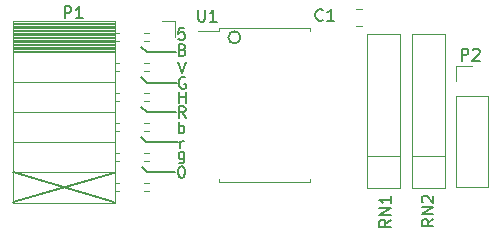
<source format=gto>
G04 #@! TF.GenerationSoftware,KiCad,Pcbnew,(5.1.4)-1*
G04 #@! TF.CreationDate,2020-03-17T17:24:22+00:00*
G04 #@! TF.ProjectId,buffer,62756666-6572-42e6-9b69-6361645f7063,rev?*
G04 #@! TF.SameCoordinates,Original*
G04 #@! TF.FileFunction,Legend,Top*
G04 #@! TF.FilePolarity,Positive*
%FSLAX46Y46*%
G04 Gerber Fmt 4.6, Leading zero omitted, Abs format (unit mm)*
G04 Created by KiCad (PCBNEW (5.1.4)-1) date 2020-03-17 17:24:22*
%MOMM*%
%LPD*%
G04 APERTURE LIST*
%ADD10C,0.150000*%
%ADD11C,0.120000*%
G04 APERTURE END LIST*
D10*
X47016782Y-34400960D02*
G75*
G03X47016782Y-34400960I-514782J0D01*
G01*
X27780800Y-48320960D02*
X36315200Y-45882560D01*
X27780800Y-45831760D02*
X36315200Y-48371760D01*
X39083800Y-45755560D02*
X41496800Y-45755560D01*
X38702800Y-45349160D02*
X39083800Y-45755560D01*
X39541000Y-43215560D02*
X41700000Y-43215560D01*
X39617200Y-38237160D02*
X41598400Y-38237160D01*
X39566400Y-40726360D02*
X41547600Y-40726360D01*
X39058400Y-35620960D02*
X41573000Y-35620960D01*
X38626600Y-35189160D02*
X39058400Y-35620960D01*
X39033000Y-43215560D02*
X38626600Y-42809160D01*
X39541000Y-43215560D02*
X39033000Y-43215560D01*
X39058400Y-40726360D02*
X38601200Y-40269160D01*
X39566400Y-40726360D02*
X39058400Y-40726360D01*
X39134600Y-38237160D02*
X38626600Y-37729160D01*
X39617200Y-38237160D02*
X39134600Y-38237160D01*
X41933371Y-43794940D02*
X41933371Y-43128274D01*
X41933371Y-43318750D02*
X41980990Y-43223512D01*
X42028609Y-43175893D01*
X42123847Y-43128274D01*
X42219085Y-43128274D01*
X42365123Y-41229540D02*
X42031790Y-40753350D01*
X41793695Y-41229540D02*
X41793695Y-40229540D01*
X42174647Y-40229540D01*
X42269885Y-40277160D01*
X42317504Y-40324779D01*
X42365123Y-40420017D01*
X42365123Y-40562874D01*
X42317504Y-40658112D01*
X42269885Y-40705731D01*
X42174647Y-40753350D01*
X41793695Y-40753350D01*
X42342904Y-37787960D02*
X42247666Y-37740340D01*
X42104809Y-37740340D01*
X41961952Y-37787960D01*
X41866714Y-37883198D01*
X41819095Y-37978436D01*
X41771476Y-38168912D01*
X41771476Y-38311769D01*
X41819095Y-38502245D01*
X41866714Y-38597483D01*
X41961952Y-38692721D01*
X42104809Y-38740340D01*
X42200047Y-38740340D01*
X42342904Y-38692721D01*
X42390523Y-38645102D01*
X42390523Y-38311769D01*
X42200047Y-38311769D01*
X41969880Y-45284140D02*
X42065119Y-45284140D01*
X42160357Y-45331760D01*
X42207976Y-45379379D01*
X42255595Y-45474617D01*
X42303214Y-45665093D01*
X42303214Y-45903188D01*
X42255595Y-46093664D01*
X42207976Y-46188902D01*
X42160357Y-46236521D01*
X42065119Y-46284140D01*
X41969880Y-46284140D01*
X41874642Y-46236521D01*
X41827023Y-46188902D01*
X41779404Y-46093664D01*
X41731785Y-45903188D01*
X41731785Y-45665093D01*
X41779404Y-45474617D01*
X41827023Y-45379379D01*
X41874642Y-45331760D01*
X41969880Y-45284140D01*
X42101628Y-35447931D02*
X42244485Y-35495550D01*
X42292104Y-35543169D01*
X42339723Y-35638407D01*
X42339723Y-35781264D01*
X42292104Y-35876502D01*
X42244485Y-35924121D01*
X42149247Y-35971740D01*
X41768295Y-35971740D01*
X41768295Y-34971740D01*
X42101628Y-34971740D01*
X42196866Y-35019360D01*
X42244485Y-35066979D01*
X42292104Y-35162217D01*
X42292104Y-35257455D01*
X42244485Y-35352693D01*
X42196866Y-35400312D01*
X42101628Y-35447931D01*
X41768295Y-35447931D01*
X42244485Y-44068074D02*
X42244485Y-44877598D01*
X42196866Y-44972836D01*
X42149247Y-45020455D01*
X42054009Y-45068074D01*
X41911152Y-45068074D01*
X41815914Y-45020455D01*
X42244485Y-44687121D02*
X42149247Y-44734740D01*
X41958771Y-44734740D01*
X41863533Y-44687121D01*
X41815914Y-44639502D01*
X41768295Y-44544264D01*
X41768295Y-44258550D01*
X41815914Y-44163312D01*
X41863533Y-44115693D01*
X41958771Y-44068074D01*
X42149247Y-44068074D01*
X42244485Y-44115693D01*
X41790514Y-42524940D02*
X41790514Y-41524940D01*
X41790514Y-41905893D02*
X41885752Y-41858274D01*
X42076228Y-41858274D01*
X42171466Y-41905893D01*
X42219085Y-41953512D01*
X42266704Y-42048750D01*
X42266704Y-42334464D01*
X42219085Y-42429702D01*
X42171466Y-42477321D01*
X42076228Y-42524940D01*
X41885752Y-42524940D01*
X41790514Y-42477321D01*
X41795285Y-39984940D02*
X41795285Y-38984940D01*
X41795285Y-39461131D02*
X42366714Y-39461131D01*
X42366714Y-39984940D02*
X42366714Y-38984940D01*
X41722266Y-36444940D02*
X42055600Y-37444940D01*
X42388933Y-36444940D01*
X42268295Y-33600140D02*
X41792104Y-33600140D01*
X41744485Y-34076331D01*
X41792104Y-34028712D01*
X41887342Y-33981093D01*
X42125438Y-33981093D01*
X42220676Y-34028712D01*
X42268295Y-34076331D01*
X42315914Y-34171569D01*
X42315914Y-34409664D01*
X42268295Y-34504902D01*
X42220676Y-34552521D01*
X42125438Y-34600140D01*
X41887342Y-34600140D01*
X41792104Y-34552521D01*
X41744485Y-34504902D01*
D11*
X57702000Y-47140960D02*
X60502000Y-47140960D01*
X60502000Y-47140960D02*
X60502000Y-34100960D01*
X60502000Y-34100960D02*
X57702000Y-34100960D01*
X57702000Y-34100960D02*
X57702000Y-47140960D01*
X57702000Y-44430960D02*
X60502000Y-44430960D01*
X65287400Y-36780160D02*
X66617400Y-36780160D01*
X65287400Y-38110160D02*
X65287400Y-36780160D01*
X65287400Y-39380160D02*
X67947400Y-39380160D01*
X67947400Y-39380160D02*
X67947400Y-47060160D01*
X65287400Y-39380160D02*
X65287400Y-47060160D01*
X65287400Y-47060160D02*
X67947400Y-47060160D01*
X27723800Y-33166360D02*
X36353800Y-33166360D01*
X27723800Y-33284455D02*
X36353800Y-33284455D01*
X27723800Y-33402550D02*
X36353800Y-33402550D01*
X27723800Y-33520645D02*
X36353800Y-33520645D01*
X27723800Y-33638740D02*
X36353800Y-33638740D01*
X27723800Y-33756835D02*
X36353800Y-33756835D01*
X27723800Y-33874930D02*
X36353800Y-33874930D01*
X27723800Y-33993025D02*
X36353800Y-33993025D01*
X27723800Y-34111120D02*
X36353800Y-34111120D01*
X27723800Y-34229215D02*
X36353800Y-34229215D01*
X27723800Y-34347310D02*
X36353800Y-34347310D01*
X27723800Y-34465405D02*
X36353800Y-34465405D01*
X27723800Y-34583500D02*
X36353800Y-34583500D01*
X27723800Y-34701595D02*
X36353800Y-34701595D01*
X27723800Y-34819690D02*
X36353800Y-34819690D01*
X27723800Y-34937785D02*
X36353800Y-34937785D01*
X27723800Y-35055880D02*
X36353800Y-35055880D01*
X27723800Y-35173975D02*
X36353800Y-35173975D01*
X27723800Y-35292070D02*
X36353800Y-35292070D01*
X27723800Y-35410165D02*
X36353800Y-35410165D01*
X27723800Y-35528260D02*
X36353800Y-35528260D01*
X36353800Y-34016360D02*
X36763800Y-34016360D01*
X38863800Y-34016360D02*
X39243800Y-34016360D01*
X36353800Y-34736360D02*
X36763800Y-34736360D01*
X38863800Y-34736360D02*
X39243800Y-34736360D01*
X36353800Y-36556360D02*
X36763800Y-36556360D01*
X38863800Y-36556360D02*
X39303800Y-36556360D01*
X36353800Y-37276360D02*
X36763800Y-37276360D01*
X38863800Y-37276360D02*
X39303800Y-37276360D01*
X36353800Y-39096360D02*
X36763800Y-39096360D01*
X38863800Y-39096360D02*
X39303800Y-39096360D01*
X36353800Y-39816360D02*
X36763800Y-39816360D01*
X38863800Y-39816360D02*
X39303800Y-39816360D01*
X36353800Y-41636360D02*
X36763800Y-41636360D01*
X38863800Y-41636360D02*
X39303800Y-41636360D01*
X36353800Y-42356360D02*
X36763800Y-42356360D01*
X38863800Y-42356360D02*
X39303800Y-42356360D01*
X36353800Y-44176360D02*
X36763800Y-44176360D01*
X38863800Y-44176360D02*
X39303800Y-44176360D01*
X36353800Y-44896360D02*
X36763800Y-44896360D01*
X38863800Y-44896360D02*
X39303800Y-44896360D01*
X36353800Y-46716360D02*
X36763800Y-46716360D01*
X38863800Y-46716360D02*
X39303800Y-46716360D01*
X36353800Y-47436360D02*
X36763800Y-47436360D01*
X38863800Y-47436360D02*
X39303800Y-47436360D01*
X27723800Y-35646360D02*
X36353800Y-35646360D01*
X27723800Y-38186360D02*
X36353800Y-38186360D01*
X27723800Y-40726360D02*
X36353800Y-40726360D01*
X27723800Y-43266360D02*
X36353800Y-43266360D01*
X27723800Y-45806360D02*
X36353800Y-45806360D01*
X27723800Y-33046360D02*
X36353800Y-33046360D01*
X36353800Y-33046360D02*
X36353800Y-48406360D01*
X27723800Y-48406360D02*
X36353800Y-48406360D01*
X27723800Y-33046360D02*
X27723800Y-48406360D01*
X41463800Y-33046360D02*
X41463800Y-34376360D01*
X40353800Y-33046360D02*
X41463800Y-33046360D01*
X49052000Y-46610960D02*
X52912000Y-46610960D01*
X52912000Y-46610960D02*
X52912000Y-46375960D01*
X49052000Y-46610960D02*
X45192000Y-46610960D01*
X45192000Y-46610960D02*
X45192000Y-46375960D01*
X49052000Y-33590960D02*
X52912000Y-33590960D01*
X52912000Y-33590960D02*
X52912000Y-33825960D01*
X49052000Y-33590960D02*
X45192000Y-33590960D01*
X45192000Y-33590960D02*
X45192000Y-33825960D01*
X45192000Y-33825960D02*
X43377000Y-33825960D01*
X61502000Y-44430960D02*
X64302000Y-44430960D01*
X61502000Y-34100960D02*
X61502000Y-47140960D01*
X64302000Y-34100960D02*
X61502000Y-34100960D01*
X64302000Y-47140960D02*
X64302000Y-34100960D01*
X61502000Y-47140960D02*
X64302000Y-47140960D01*
X57313252Y-33410960D02*
X56790748Y-33410960D01*
X57313252Y-31990960D02*
X56790748Y-31990960D01*
D10*
X59754380Y-49841436D02*
X59278190Y-50174769D01*
X59754380Y-50412864D02*
X58754380Y-50412864D01*
X58754380Y-50031912D01*
X58802000Y-49936674D01*
X58849619Y-49889055D01*
X58944857Y-49841436D01*
X59087714Y-49841436D01*
X59182952Y-49889055D01*
X59230571Y-49936674D01*
X59278190Y-50031912D01*
X59278190Y-50412864D01*
X59754380Y-49412864D02*
X58754380Y-49412864D01*
X59754380Y-48841436D01*
X58754380Y-48841436D01*
X59754380Y-47841436D02*
X59754380Y-48412864D01*
X59754380Y-48127150D02*
X58754380Y-48127150D01*
X58897238Y-48222388D01*
X58992476Y-48317626D01*
X59040095Y-48412864D01*
X65734524Y-36365440D02*
X65734524Y-35365440D01*
X66115477Y-35365440D01*
X66210715Y-35413060D01*
X66258334Y-35460679D01*
X66305953Y-35555917D01*
X66305953Y-35698774D01*
X66258334Y-35794012D01*
X66210715Y-35841631D01*
X66115477Y-35889250D01*
X65734524Y-35889250D01*
X66686905Y-35460679D02*
X66734524Y-35413060D01*
X66829762Y-35365440D01*
X67067858Y-35365440D01*
X67163096Y-35413060D01*
X67210715Y-35460679D01*
X67258334Y-35555917D01*
X67258334Y-35651155D01*
X67210715Y-35794012D01*
X66639286Y-36365440D01*
X67258334Y-36365440D01*
X32122704Y-32771340D02*
X32122704Y-31771340D01*
X32503657Y-31771340D01*
X32598895Y-31818960D01*
X32646514Y-31866579D01*
X32694133Y-31961817D01*
X32694133Y-32104674D01*
X32646514Y-32199912D01*
X32598895Y-32247531D01*
X32503657Y-32295150D01*
X32122704Y-32295150D01*
X33646514Y-32771340D02*
X33075085Y-32771340D01*
X33360800Y-32771340D02*
X33360800Y-31771340D01*
X33265561Y-31914198D01*
X33170323Y-32009436D01*
X33075085Y-32057055D01*
X43440095Y-32053340D02*
X43440095Y-32862864D01*
X43487714Y-32958102D01*
X43535333Y-33005721D01*
X43630571Y-33053340D01*
X43821047Y-33053340D01*
X43916285Y-33005721D01*
X43963904Y-32958102D01*
X44011523Y-32862864D01*
X44011523Y-32053340D01*
X45011523Y-33053340D02*
X44440095Y-33053340D01*
X44725809Y-33053340D02*
X44725809Y-32053340D01*
X44630571Y-32196198D01*
X44535333Y-32291436D01*
X44440095Y-32339055D01*
X63354380Y-49791436D02*
X62878190Y-50124769D01*
X63354380Y-50362864D02*
X62354380Y-50362864D01*
X62354380Y-49981912D01*
X62402000Y-49886674D01*
X62449619Y-49839055D01*
X62544857Y-49791436D01*
X62687714Y-49791436D01*
X62782952Y-49839055D01*
X62830571Y-49886674D01*
X62878190Y-49981912D01*
X62878190Y-50362864D01*
X63354380Y-49362864D02*
X62354380Y-49362864D01*
X63354380Y-48791436D01*
X62354380Y-48791436D01*
X62449619Y-48362864D02*
X62402000Y-48315245D01*
X62354380Y-48220007D01*
X62354380Y-47981912D01*
X62402000Y-47886674D01*
X62449619Y-47839055D01*
X62544857Y-47791436D01*
X62640095Y-47791436D01*
X62782952Y-47839055D01*
X63354380Y-48410483D01*
X63354380Y-47791436D01*
X53985333Y-32908102D02*
X53937714Y-32955721D01*
X53794857Y-33003340D01*
X53699619Y-33003340D01*
X53556761Y-32955721D01*
X53461523Y-32860483D01*
X53413904Y-32765245D01*
X53366285Y-32574769D01*
X53366285Y-32431912D01*
X53413904Y-32241436D01*
X53461523Y-32146198D01*
X53556761Y-32050960D01*
X53699619Y-32003340D01*
X53794857Y-32003340D01*
X53937714Y-32050960D01*
X53985333Y-32098579D01*
X54937714Y-33003340D02*
X54366285Y-33003340D01*
X54652000Y-33003340D02*
X54652000Y-32003340D01*
X54556761Y-32146198D01*
X54461523Y-32241436D01*
X54366285Y-32289055D01*
M02*

</source>
